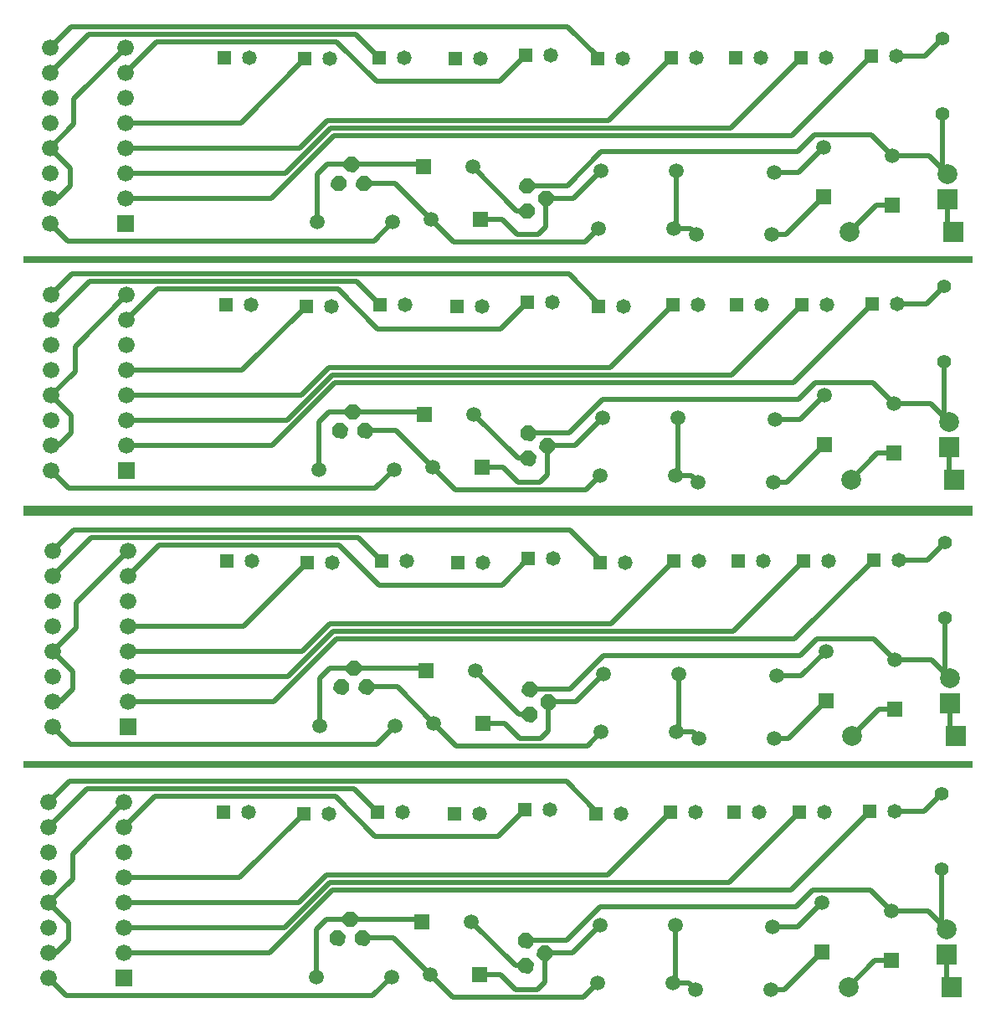
<source format=gbl>
G04 Layer_Physical_Order=2*
G04 Layer_Color=16711680*
%FSLAX25Y25*%
%MOIN*%
G70*
G01*
G75*
%ADD10C,0.02000*%
%ADD11R,3.77953X0.02756*%
%ADD12R,3.77953X0.03937*%
%ADD13C,0.05905*%
%ADD14C,0.06600*%
%ADD15R,0.06600X0.06600*%
%ADD16C,0.05512*%
%ADD17C,0.07874*%
%ADD18R,0.07874X0.07874*%
%ADD19R,0.07874X0.07874*%
%ADD20R,0.05905X0.05905*%
%ADD21C,0.05937*%
%ADD22R,0.05937X0.05937*%
%ADD23C,0.05827*%
%ADD24R,0.05827X0.05827*%
%ADD25R,0.05905X0.05905*%
G36*
X138895Y341991D02*
X140601Y340129D01*
X140491Y337605D01*
X138629Y335899D01*
X136105Y336009D01*
X134399Y337871D01*
X134509Y340395D01*
X136371Y342101D01*
X138895Y341991D01*
D02*
G37*
G36*
X143895Y334491D02*
X145601Y332629D01*
X145491Y330105D01*
X143629Y328399D01*
X141105Y328509D01*
X139399Y330371D01*
X139509Y332895D01*
X141371Y334601D01*
X143895Y334491D01*
D02*
G37*
G36*
X133895D02*
X135601Y332629D01*
X135491Y330105D01*
X133629Y328399D01*
X131105Y328509D01*
X129399Y330371D01*
X129509Y332895D01*
X131371Y334601D01*
X133895Y334491D01*
D02*
G37*
G36*
X208895Y333491D02*
X210601Y331629D01*
X210491Y329105D01*
X208629Y327399D01*
X206105Y327509D01*
X204399Y329371D01*
X204509Y331895D01*
X206371Y333601D01*
X208895Y333491D01*
D02*
G37*
G36*
X216395Y328491D02*
X218101Y326629D01*
X217991Y324105D01*
X216129Y322399D01*
X213605Y322509D01*
X211899Y324371D01*
X212009Y326895D01*
X213871Y328601D01*
X216395Y328491D01*
D02*
G37*
G36*
X208895Y323491D02*
X210601Y321629D01*
X210491Y319105D01*
X208629Y317399D01*
X206105Y317509D01*
X204399Y319371D01*
X204509Y321895D01*
X206371Y323601D01*
X208895Y323491D01*
D02*
G37*
G36*
X139395Y243491D02*
X141101Y241629D01*
X140991Y239105D01*
X139129Y237399D01*
X136605Y237509D01*
X134899Y239371D01*
X135009Y241895D01*
X136871Y243601D01*
X139395Y243491D01*
D02*
G37*
G36*
X144395Y235991D02*
X146101Y234129D01*
X145991Y231605D01*
X144129Y229899D01*
X141605Y230009D01*
X139899Y231871D01*
X140009Y234395D01*
X141871Y236101D01*
X144395Y235991D01*
D02*
G37*
G36*
X134395D02*
X136101Y234129D01*
X135991Y231605D01*
X134129Y229899D01*
X131605Y230009D01*
X129899Y231871D01*
X130009Y234395D01*
X131871Y236101D01*
X134395Y235991D01*
D02*
G37*
G36*
X209395Y234991D02*
X211101Y233129D01*
X210991Y230605D01*
X209129Y228899D01*
X206605Y229009D01*
X204899Y230871D01*
X205009Y233395D01*
X206871Y235101D01*
X209395Y234991D01*
D02*
G37*
G36*
X216895Y229991D02*
X218601Y228129D01*
X218491Y225605D01*
X216629Y223899D01*
X214105Y224009D01*
X212399Y225871D01*
X212509Y228395D01*
X214371Y230101D01*
X216895Y229991D01*
D02*
G37*
G36*
X209395Y224991D02*
X211101Y223129D01*
X210991Y220605D01*
X209129Y218899D01*
X206605Y219009D01*
X204899Y220871D01*
X205009Y223395D01*
X206871Y225101D01*
X209395Y224991D01*
D02*
G37*
G36*
X139895Y141491D02*
X141601Y139629D01*
X141491Y137105D01*
X139629Y135399D01*
X137105Y135509D01*
X135399Y137371D01*
X135509Y139895D01*
X137371Y141601D01*
X139895Y141491D01*
D02*
G37*
G36*
X144895Y133991D02*
X146601Y132129D01*
X146491Y129605D01*
X144629Y127899D01*
X142105Y128009D01*
X140399Y129871D01*
X140509Y132395D01*
X142371Y134101D01*
X144895Y133991D01*
D02*
G37*
G36*
X134895D02*
X136601Y132129D01*
X136491Y129605D01*
X134629Y127899D01*
X132105Y128009D01*
X130399Y129871D01*
X130509Y132395D01*
X132371Y134101D01*
X134895Y133991D01*
D02*
G37*
G36*
X209895Y132991D02*
X211601Y131129D01*
X211491Y128605D01*
X209629Y126899D01*
X207105Y127009D01*
X205399Y128871D01*
X205509Y131395D01*
X207371Y133101D01*
X209895Y132991D01*
D02*
G37*
G36*
X217395Y127991D02*
X219101Y126129D01*
X218991Y123605D01*
X217129Y121899D01*
X214605Y122009D01*
X212899Y123871D01*
X213009Y126395D01*
X214871Y128101D01*
X217395Y127991D01*
D02*
G37*
G36*
X209895Y122991D02*
X211601Y121129D01*
X211491Y118605D01*
X209629Y116899D01*
X207105Y117009D01*
X205399Y118871D01*
X205509Y121395D01*
X207371Y123101D01*
X209895Y122991D01*
D02*
G37*
G36*
X138395Y41491D02*
X140101Y39629D01*
X139991Y37105D01*
X138129Y35399D01*
X135605Y35509D01*
X133899Y37371D01*
X134009Y39895D01*
X135871Y41601D01*
X138395Y41491D01*
D02*
G37*
G36*
X143395Y33991D02*
X145101Y32129D01*
X144991Y29605D01*
X143129Y27899D01*
X140605Y28009D01*
X138899Y29871D01*
X139009Y32395D01*
X140871Y34101D01*
X143395Y33991D01*
D02*
G37*
G36*
X133395D02*
X135101Y32129D01*
X134991Y29605D01*
X133129Y27899D01*
X130605Y28009D01*
X128899Y29871D01*
X129009Y32395D01*
X130871Y34101D01*
X133395Y33991D01*
D02*
G37*
G36*
X208395Y32991D02*
X210101Y31129D01*
X209991Y28605D01*
X208129Y26899D01*
X205605Y27009D01*
X203899Y28871D01*
X204009Y31395D01*
X205871Y33101D01*
X208395Y32991D01*
D02*
G37*
G36*
X215895Y27991D02*
X217601Y26129D01*
X217491Y23605D01*
X215629Y21899D01*
X213105Y22009D01*
X211399Y23871D01*
X211509Y26395D01*
X213371Y28101D01*
X215895Y27991D01*
D02*
G37*
G36*
X208395Y22991D02*
X210101Y21129D01*
X209991Y18605D01*
X208129Y16899D01*
X205605Y17009D01*
X203899Y18871D01*
X204009Y21395D01*
X205871Y23101D01*
X208395Y22991D01*
D02*
G37*
D10*
X48500Y125000D02*
X106500D01*
X131500Y150000D01*
X314000D01*
X345500Y181500D01*
X48500Y135000D02*
X112257D01*
X130257Y153000D01*
X289500D01*
X317500Y181000D01*
X48500Y145000D02*
X118015D01*
X129015Y156000D01*
X241000D01*
X266000Y181000D01*
X48500Y155000D02*
X94500D01*
X120000Y180500D01*
X236500D02*
Y181500D01*
X148500Y171500D02*
X197500D01*
X208000Y182000D01*
X224700Y193300D02*
X236500Y181500D01*
X18500Y185000D02*
X26800Y193300D01*
X140200Y190300D02*
X149500Y181000D01*
X18500Y175000D02*
X33800Y190300D01*
X132700Y187300D02*
X148500Y171500D01*
X48500Y175000D02*
X60800Y187300D01*
X26800Y193300D02*
X224700D01*
X33800Y190300D02*
X140200D01*
X60800Y187300D02*
X132700D01*
X28000Y164500D02*
X48500Y185000D01*
X28000Y154500D02*
Y164500D01*
X18500Y145000D02*
X28000Y154500D01*
X18500Y145000D02*
X26500Y137000D01*
Y130000D02*
Y137000D01*
X21500Y125000D02*
X26500Y130000D01*
X18500Y125000D02*
X21500D01*
X125000Y115500D02*
Y134500D01*
X129000Y138500D01*
X138500D01*
X143500Y131000D02*
X155815D01*
X170315Y116500D01*
X147500Y108000D02*
X155000Y115500D01*
X25500Y108000D02*
X147500D01*
X18500Y115000D02*
X25500Y108000D01*
X186843Y137500D02*
X204343Y120000D01*
X208500D01*
X216000Y125000D02*
X227000D01*
X238000Y136000D01*
X208500Y130000D02*
Y130101D01*
X224601D02*
X238000Y143500D01*
X345689Y150154D02*
X354000Y141842D01*
X322847Y150154D02*
X345689D01*
X355500Y181500D02*
X367000D01*
X374000Y188500D01*
Y136500D02*
Y158500D01*
X354000Y141842D02*
X368657D01*
X374000Y136500D01*
X376000Y134500D01*
X347567Y122158D02*
X354000D01*
X336910Y111500D02*
X347567Y122158D01*
X376000Y113591D02*
Y124500D01*
Y113591D02*
X378091Y111500D01*
X190000Y116500D02*
X198500D01*
X204500Y110500D01*
X213000D01*
X216000Y113500D01*
Y125000D01*
X268000Y114000D02*
Y136000D01*
X267000Y113000D02*
X268000Y114000D01*
X267000Y113000D02*
X273500D01*
X276000Y110500D01*
X138500Y138500D02*
X166157D01*
X167157Y137500D01*
X170315Y116500D02*
X179315Y107500D01*
X231500D01*
X237000Y113000D01*
X306000Y110500D02*
X311500D01*
X326500Y125500D01*
X306815Y135343D02*
X316657D01*
X326500Y145185D01*
X238000Y143500D02*
X316193D01*
X322847Y150154D01*
X208500Y130101D02*
X224601D01*
X48000Y227000D02*
X106000D01*
X131000Y252000D01*
X313500D01*
X345000Y283500D01*
X48000Y237000D02*
X111757D01*
X129757Y255000D01*
X289000D01*
X317000Y283000D01*
X48000Y247000D02*
X117515D01*
X128515Y258000D01*
X240500D01*
X265500Y283000D01*
X48000Y257000D02*
X94000D01*
X119500Y282500D01*
X236000D02*
Y283500D01*
X148000Y273500D02*
X197000D01*
X207500Y284000D01*
X224200Y295300D02*
X236000Y283500D01*
X18000Y287000D02*
X26300Y295300D01*
X139700Y292300D02*
X149000Y283000D01*
X18000Y277000D02*
X33300Y292300D01*
X132200Y289300D02*
X148000Y273500D01*
X48000Y277000D02*
X60300Y289300D01*
X26300Y295300D02*
X224200D01*
X33300Y292300D02*
X139700D01*
X60300Y289300D02*
X132200D01*
X27500Y266500D02*
X48000Y287000D01*
X27500Y256500D02*
Y266500D01*
X18000Y247000D02*
X27500Y256500D01*
X18000Y247000D02*
X26000Y239000D01*
Y232000D02*
Y239000D01*
X21000Y227000D02*
X26000Y232000D01*
X18000Y227000D02*
X21000D01*
X124500Y217500D02*
Y236500D01*
X128500Y240500D01*
X138000D01*
X143000Y233000D02*
X155315D01*
X169815Y218500D01*
X147000Y210000D02*
X154500Y217500D01*
X25000Y210000D02*
X147000D01*
X18000Y217000D02*
X25000Y210000D01*
X186343Y239500D02*
X203842Y222000D01*
X208000D01*
X215500Y227000D02*
X226500D01*
X237500Y238000D01*
X208000Y232000D02*
Y232101D01*
X224101D02*
X237500Y245500D01*
X345189Y252153D02*
X353500Y243843D01*
X322346Y252153D02*
X345189D01*
X355000Y283500D02*
X366500D01*
X373500Y290500D01*
Y238500D02*
Y260500D01*
X353500Y243843D02*
X368158D01*
X373500Y238500D01*
X375500Y236500D01*
X347067Y224158D02*
X353500D01*
X336409Y213500D02*
X347067Y224158D01*
X375500Y215591D02*
Y226500D01*
Y215591D02*
X377590Y213500D01*
X189500Y218500D02*
X198000D01*
X204000Y212500D01*
X212500D01*
X215500Y215500D01*
Y227000D01*
X267500Y216000D02*
Y238000D01*
X266500Y215000D02*
X267500Y216000D01*
X266500Y215000D02*
X273000D01*
X275500Y212500D01*
X138000Y240500D02*
X165657D01*
X166657Y239500D01*
X169815Y218500D02*
X178815Y209500D01*
X231000D01*
X236500Y215000D01*
X305500Y212500D02*
X311000D01*
X326000Y227500D01*
X306315Y237343D02*
X316158D01*
X326000Y247185D01*
X237500Y245500D02*
X315693D01*
X322346Y252153D01*
X208000Y232101D02*
X224101D01*
X47500Y325500D02*
X105500D01*
X47500Y335500D02*
X111257D01*
X129257Y353500D01*
X288500D01*
X316500Y381500D01*
X47500Y345500D02*
X117015D01*
X128015Y356500D01*
X240000D01*
X265000Y381500D01*
X47500Y355500D02*
X93500D01*
X119000Y381000D01*
X235500D02*
Y382000D01*
X147500Y372000D02*
X196500D01*
X207000Y382500D01*
X223700Y393800D02*
X235500Y382000D01*
X17500Y385500D02*
X25800Y393800D01*
X139200Y390800D02*
X148500Y381500D01*
X17500Y375500D02*
X32800Y390800D01*
X131700Y387800D02*
X147500Y372000D01*
X47500Y375500D02*
X59800Y387800D01*
X25800Y393800D02*
X223700D01*
X32800Y390800D02*
X139200D01*
X59800Y387800D02*
X131700D01*
X27000Y365000D02*
X47500Y385500D01*
X27000Y355000D02*
Y365000D01*
X17500Y345500D02*
X27000Y355000D01*
X17500Y345500D02*
X25500Y337500D01*
Y330500D02*
Y337500D01*
X20500Y325500D02*
X25500Y330500D01*
X17500Y325500D02*
X20500D01*
X124000Y316000D02*
Y335000D01*
X128000Y339000D01*
X137500D01*
X142500Y331500D02*
X154815D01*
X169315Y317000D01*
X146500Y308500D02*
X154000Y316000D01*
X24500Y308500D02*
X146500D01*
X17500Y315500D02*
X24500Y308500D01*
X185843Y338000D02*
X203343Y320500D01*
X207500D01*
X215000Y325500D02*
X226000D01*
X237000Y336500D01*
X207500Y330500D02*
Y330601D01*
X223601D02*
X237000Y344000D01*
X344689Y350654D02*
X353000Y342342D01*
X321847Y350654D02*
X344689D01*
X354500Y382000D02*
X366000D01*
X373000Y389000D01*
Y337000D02*
Y359000D01*
X353000Y342342D02*
X367657D01*
X373000Y337000D01*
X375000Y335000D01*
X346567Y322657D02*
X353000D01*
X335910Y312000D02*
X346567Y322657D01*
X375000Y314090D02*
Y325000D01*
Y314090D02*
X377091Y312000D01*
X189000Y317000D02*
X197500D01*
X203500Y311000D01*
X212000D01*
X215000Y314000D01*
Y325500D01*
X267000Y314500D02*
Y336500D01*
X266000Y313500D02*
X267000Y314500D01*
X266000Y313500D02*
X272500D01*
X275000Y311000D01*
X137500Y339000D02*
X165157D01*
X166157Y338000D01*
X169315Y317000D02*
X178315Y308000D01*
X230500D01*
X236000Y313500D01*
X305000Y311000D02*
X310500D01*
X325500Y326000D01*
X305815Y335842D02*
X315657D01*
X325500Y345685D01*
X237000Y344000D02*
X315193D01*
X321847Y350654D01*
X207500Y330601D02*
X223601D01*
X207000Y30101D02*
X223101D01*
X314693Y43500D02*
X321346Y50154D01*
X236500Y43500D02*
X314693D01*
X315158Y35342D02*
X325000Y45185D01*
X305315Y35342D02*
X315158D01*
X310000Y10500D02*
X325000Y25500D01*
X304500Y10500D02*
X310000D01*
X230000Y7500D02*
X235500Y13000D01*
X177815Y7500D02*
X230000D01*
X168815Y16500D02*
X177815Y7500D01*
X164657Y38500D02*
X165657Y37500D01*
X137000Y38500D02*
X164657D01*
X272000Y13000D02*
X274500Y10500D01*
X265500Y13000D02*
X272000D01*
X265500D02*
X266500Y14000D01*
Y36000D01*
X214500Y13500D02*
Y25000D01*
X211500Y10500D02*
X214500Y13500D01*
X203000Y10500D02*
X211500D01*
X197000Y16500D02*
X203000Y10500D01*
X188500Y16500D02*
X197000D01*
X374500Y13590D02*
X376590Y11500D01*
X374500Y13590D02*
Y24500D01*
X335409Y11500D02*
X346067Y22158D01*
X352500D01*
X372500Y36500D02*
X374500Y34500D01*
X367158Y41842D02*
X372500Y36500D01*
X352500Y41842D02*
X367158D01*
X372500Y36500D02*
Y58500D01*
X365500Y81500D02*
X372500Y88500D01*
X354000Y81500D02*
X365500D01*
X321346Y50154D02*
X344189D01*
X352500Y41842D01*
X223101Y30101D02*
X236500Y43500D01*
X207000Y30000D02*
Y30101D01*
X225500Y25000D02*
X236500Y36000D01*
X214500Y25000D02*
X225500D01*
X202842Y20000D02*
X207000D01*
X185343Y37500D02*
X202842Y20000D01*
X17000Y15000D02*
X24000Y8000D01*
X146000D01*
X153500Y15500D01*
X154315Y31000D02*
X168815Y16500D01*
X142000Y31000D02*
X154315D01*
X127500Y38500D02*
X137000D01*
X123500Y34500D02*
X127500Y38500D01*
X123500Y15500D02*
Y34500D01*
X17000Y25000D02*
X20000D01*
X25000Y30000D01*
Y37000D01*
X17000Y45000D02*
X25000Y37000D01*
X17000Y45000D02*
X26500Y54500D01*
Y64500D01*
X47000Y85000D01*
X59300Y87300D02*
X131200D01*
X32300Y90300D02*
X138700D01*
X25300Y93300D02*
X223200D01*
X47000Y75000D02*
X59300Y87300D01*
X131200D02*
X147000Y71500D01*
X17000Y75000D02*
X32300Y90300D01*
X138700D02*
X148000Y81000D01*
X17000Y85000D02*
X25300Y93300D01*
X223200D02*
X235000Y81500D01*
X196000Y71500D02*
X206500Y82000D01*
X147000Y71500D02*
X196000D01*
X235000Y80500D02*
Y81500D01*
X93000Y55000D02*
X118500Y80500D01*
X47000Y55000D02*
X93000D01*
X239500Y56000D02*
X264500Y81000D01*
X127515Y56000D02*
X239500D01*
X116515Y45000D02*
X127515Y56000D01*
X47000Y45000D02*
X116515D01*
X288000Y53000D02*
X316000Y81000D01*
X128757Y53000D02*
X288000D01*
X110757Y35000D02*
X128757Y53000D01*
X47000Y35000D02*
X110757D01*
X312500Y50000D02*
X344000Y81500D01*
X130000Y50000D02*
X312500D01*
X105000Y25000D02*
X130000Y50000D01*
X47000Y25000D02*
X105000D01*
X313000Y350500D02*
X344500Y382000D01*
X105500Y325500D02*
X130500Y350500D01*
X313000D01*
D11*
X196000Y301000D02*
D03*
Y100000D02*
D03*
D12*
Y201000D02*
D03*
D13*
X208500Y130000D02*
D03*
X216000Y125000D02*
D03*
X208500Y120000D02*
D03*
X133500Y131000D02*
D03*
X138500Y138500D02*
D03*
X143500Y131000D02*
D03*
X306000Y110500D02*
D03*
X276000D02*
D03*
X237000Y113000D02*
D03*
X267000D02*
D03*
X155000Y115500D02*
D03*
X125000D02*
D03*
X238000Y136000D02*
D03*
X268000D02*
D03*
X186843Y137500D02*
D03*
X170315Y116500D02*
D03*
X354000Y141842D02*
D03*
X208000Y232000D02*
D03*
X215500Y227000D02*
D03*
X208000Y222000D02*
D03*
X133000Y233000D02*
D03*
X138000Y240500D02*
D03*
X143000Y233000D02*
D03*
X305500Y212500D02*
D03*
X275500D02*
D03*
X236500Y215000D02*
D03*
X266500D02*
D03*
X154500Y217500D02*
D03*
X124500D02*
D03*
X237500Y238000D02*
D03*
X267500D02*
D03*
X186343Y239500D02*
D03*
X169815Y218500D02*
D03*
X353500Y243843D02*
D03*
X207500Y330500D02*
D03*
X215000Y325500D02*
D03*
X207500Y320500D02*
D03*
X132500Y331500D02*
D03*
X137500Y339000D02*
D03*
X142500Y331500D02*
D03*
X305000Y311000D02*
D03*
X275000D02*
D03*
X236000Y313500D02*
D03*
X266000D02*
D03*
X154000Y316000D02*
D03*
X124000D02*
D03*
X237000Y336500D02*
D03*
X267000D02*
D03*
X185843Y338000D02*
D03*
X169315Y317000D02*
D03*
X353000Y342342D02*
D03*
X352500Y41842D02*
D03*
X304500Y10500D02*
D03*
X274500D02*
D03*
X235500Y13000D02*
D03*
X265500D02*
D03*
X153500Y15500D02*
D03*
X123500D02*
D03*
X185343Y37500D02*
D03*
X236500Y36000D02*
D03*
X266500D02*
D03*
X168815Y16500D02*
D03*
X132000Y31000D02*
D03*
X137000Y38500D02*
D03*
X142000Y31000D02*
D03*
X207000Y30000D02*
D03*
X214500Y25000D02*
D03*
X207000Y20000D02*
D03*
D14*
X18500Y115000D02*
D03*
Y125000D02*
D03*
Y135000D02*
D03*
Y145000D02*
D03*
Y155000D02*
D03*
Y165000D02*
D03*
Y175000D02*
D03*
Y185000D02*
D03*
X48500D02*
D03*
Y175000D02*
D03*
Y165000D02*
D03*
Y155000D02*
D03*
Y145000D02*
D03*
Y135000D02*
D03*
Y125000D02*
D03*
X18000Y217000D02*
D03*
Y227000D02*
D03*
Y237000D02*
D03*
Y247000D02*
D03*
Y257000D02*
D03*
Y267000D02*
D03*
Y277000D02*
D03*
Y287000D02*
D03*
X48000D02*
D03*
Y277000D02*
D03*
Y267000D02*
D03*
Y257000D02*
D03*
Y247000D02*
D03*
Y237000D02*
D03*
Y227000D02*
D03*
X17500Y315500D02*
D03*
Y325500D02*
D03*
Y335500D02*
D03*
Y345500D02*
D03*
Y355500D02*
D03*
Y365500D02*
D03*
Y375500D02*
D03*
Y385500D02*
D03*
X47500D02*
D03*
Y375500D02*
D03*
Y365500D02*
D03*
Y355500D02*
D03*
Y345500D02*
D03*
Y335500D02*
D03*
Y325500D02*
D03*
X17000Y15000D02*
D03*
Y25000D02*
D03*
Y35000D02*
D03*
Y45000D02*
D03*
Y55000D02*
D03*
Y65000D02*
D03*
Y75000D02*
D03*
Y85000D02*
D03*
X47000D02*
D03*
Y75000D02*
D03*
Y65000D02*
D03*
Y55000D02*
D03*
Y45000D02*
D03*
Y35000D02*
D03*
Y25000D02*
D03*
D15*
X48500Y115000D02*
D03*
X48000Y217000D02*
D03*
X47500Y315500D02*
D03*
X47000Y15000D02*
D03*
D16*
X374000Y188500D02*
D03*
Y158500D02*
D03*
X373500Y290500D02*
D03*
Y260500D02*
D03*
X373000Y389000D02*
D03*
Y359000D02*
D03*
X372500Y88500D02*
D03*
Y58500D02*
D03*
D17*
X376000Y134500D02*
D03*
X336910Y111500D02*
D03*
X375500Y236500D02*
D03*
X336409Y213500D02*
D03*
X375000Y335000D02*
D03*
X335910Y312000D02*
D03*
X335409Y11500D02*
D03*
X374500Y34500D02*
D03*
D18*
X376000Y124500D02*
D03*
X375500Y226500D02*
D03*
X375000Y325000D02*
D03*
X374500Y24500D02*
D03*
D19*
X378091Y111500D02*
D03*
X377590Y213500D02*
D03*
X377091Y312000D02*
D03*
X376590Y11500D02*
D03*
D20*
X167157Y137500D02*
D03*
X190000Y116500D02*
D03*
X166657Y239500D02*
D03*
X189500Y218500D02*
D03*
X166157Y338000D02*
D03*
X189000Y317000D02*
D03*
X165657Y37500D02*
D03*
X188500Y16500D02*
D03*
D21*
X326500Y145185D02*
D03*
X306815Y135343D02*
D03*
X326000Y247185D02*
D03*
X306315Y237343D02*
D03*
X325500Y345685D02*
D03*
X305815Y335842D02*
D03*
X325000Y45185D02*
D03*
X305315Y35342D02*
D03*
D22*
X326500Y125500D02*
D03*
X326000Y227500D02*
D03*
X325500Y326000D02*
D03*
X325000Y25500D02*
D03*
D23*
X355500Y181500D02*
D03*
X327500Y181000D02*
D03*
X301500D02*
D03*
X276000D02*
D03*
X246500Y180500D02*
D03*
X218000Y182000D02*
D03*
X190000Y180500D02*
D03*
X159500Y181000D02*
D03*
X130000Y180500D02*
D03*
X98000Y181000D02*
D03*
X355000Y283500D02*
D03*
X327000Y283000D02*
D03*
X301000D02*
D03*
X275500D02*
D03*
X246000Y282500D02*
D03*
X217500Y284000D02*
D03*
X189500Y282500D02*
D03*
X159000Y283000D02*
D03*
X129500Y282500D02*
D03*
X97500Y283000D02*
D03*
X354500Y382000D02*
D03*
X326500Y381500D02*
D03*
X300500D02*
D03*
X275000D02*
D03*
X245500Y381000D02*
D03*
X217000Y382500D02*
D03*
X189000Y381000D02*
D03*
X158500Y381500D02*
D03*
X129000Y381000D02*
D03*
X97000Y381500D02*
D03*
X326000Y81000D02*
D03*
X96500D02*
D03*
X128500Y80500D02*
D03*
X158000Y81000D02*
D03*
X188500Y80500D02*
D03*
X216500Y82000D02*
D03*
X245000Y80500D02*
D03*
X274500Y81000D02*
D03*
X300000D02*
D03*
X354000Y81500D02*
D03*
D24*
X345500Y181500D02*
D03*
X317500Y181000D02*
D03*
X291500D02*
D03*
X266000D02*
D03*
X236500Y180500D02*
D03*
X208000Y182000D02*
D03*
X180000Y180500D02*
D03*
X149500Y181000D02*
D03*
X120000Y180500D02*
D03*
X88000Y181000D02*
D03*
X345000Y283500D02*
D03*
X317000Y283000D02*
D03*
X291000D02*
D03*
X265500D02*
D03*
X236000Y282500D02*
D03*
X207500Y284000D02*
D03*
X179500Y282500D02*
D03*
X149000Y283000D02*
D03*
X119500Y282500D02*
D03*
X87500Y283000D02*
D03*
X344500Y382000D02*
D03*
X316500Y381500D02*
D03*
X290500D02*
D03*
X265000D02*
D03*
X235500Y381000D02*
D03*
X207000Y382500D02*
D03*
X179000Y381000D02*
D03*
X148500Y381500D02*
D03*
X119000Y381000D02*
D03*
X87000Y381500D02*
D03*
X316000Y81000D02*
D03*
X86500D02*
D03*
X118500Y80500D02*
D03*
X148000Y81000D02*
D03*
X178500Y80500D02*
D03*
X206500Y82000D02*
D03*
X235000Y80500D02*
D03*
X264500Y81000D02*
D03*
X290000D02*
D03*
X344000Y81500D02*
D03*
D25*
X354000Y122158D02*
D03*
X353500Y224158D02*
D03*
X353000Y322657D02*
D03*
X352500Y22158D02*
D03*
M02*

</source>
